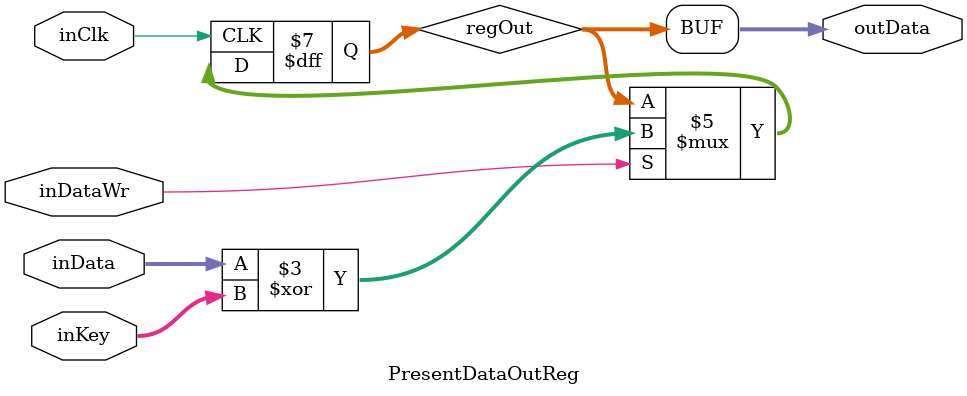
<source format=v>
module PresentDataOutReg(
	input wire 			inClk,
	input wire 			inDataWr,
	input wire [63:0] inData,
	input wire [63:0] inKey,
	output wire [63:0] outData	
);

reg [63:0] regOut = 63'b0;

always @(posedge(inClk))
begin
	if (inDataWr == 1'b1) begin
		regOut <= inData ^ inKey;
	end
end

assign outData = regOut;

endmodule 
</source>
